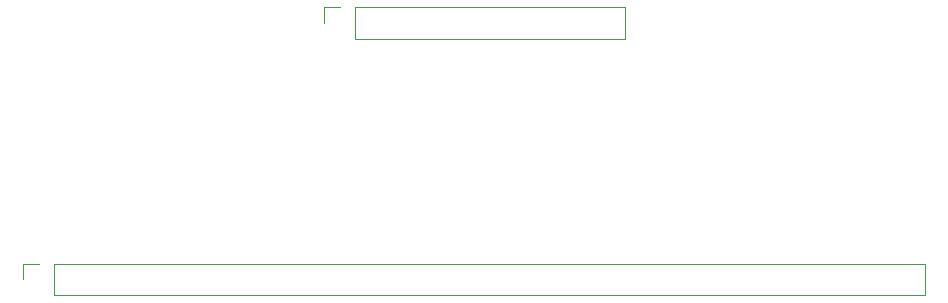
<source format=gbr>
%TF.GenerationSoftware,KiCad,Pcbnew,(5.1.10-1-10_14)*%
%TF.CreationDate,2021-09-30T16:16:12-04:00*%
%TF.ProjectId,bus-controller,6275732d-636f-46e7-9472-6f6c6c65722e,rev?*%
%TF.SameCoordinates,Original*%
%TF.FileFunction,Legend,Bot*%
%TF.FilePolarity,Positive*%
%FSLAX46Y46*%
G04 Gerber Fmt 4.6, Leading zero omitted, Abs format (unit mm)*
G04 Created by KiCad (PCBNEW (5.1.10-1-10_14)) date 2021-09-30 16:16:12*
%MOMM*%
%LPD*%
G01*
G04 APERTURE LIST*
%ADD10C,0.120000*%
G04 APERTURE END LIST*
D10*
%TO.C,J2*%
X136140000Y-109560000D02*
X136140000Y-110890000D01*
X137470000Y-109560000D02*
X136140000Y-109560000D01*
X138740000Y-109560000D02*
X138740000Y-112220000D01*
X138740000Y-112220000D02*
X161660000Y-112220000D01*
X138740000Y-109560000D02*
X161660000Y-109560000D01*
X161660000Y-109560000D02*
X161660000Y-112220000D01*
%TO.C,J1*%
X110684000Y-131250000D02*
X110684000Y-132580000D01*
X112014000Y-131250000D02*
X110684000Y-131250000D01*
X113284000Y-131250000D02*
X113284000Y-133910000D01*
X113284000Y-133910000D02*
X187004000Y-133910000D01*
X113284000Y-131250000D02*
X187004000Y-131250000D01*
X187004000Y-131250000D02*
X187004000Y-133910000D01*
%TD*%
M02*

</source>
